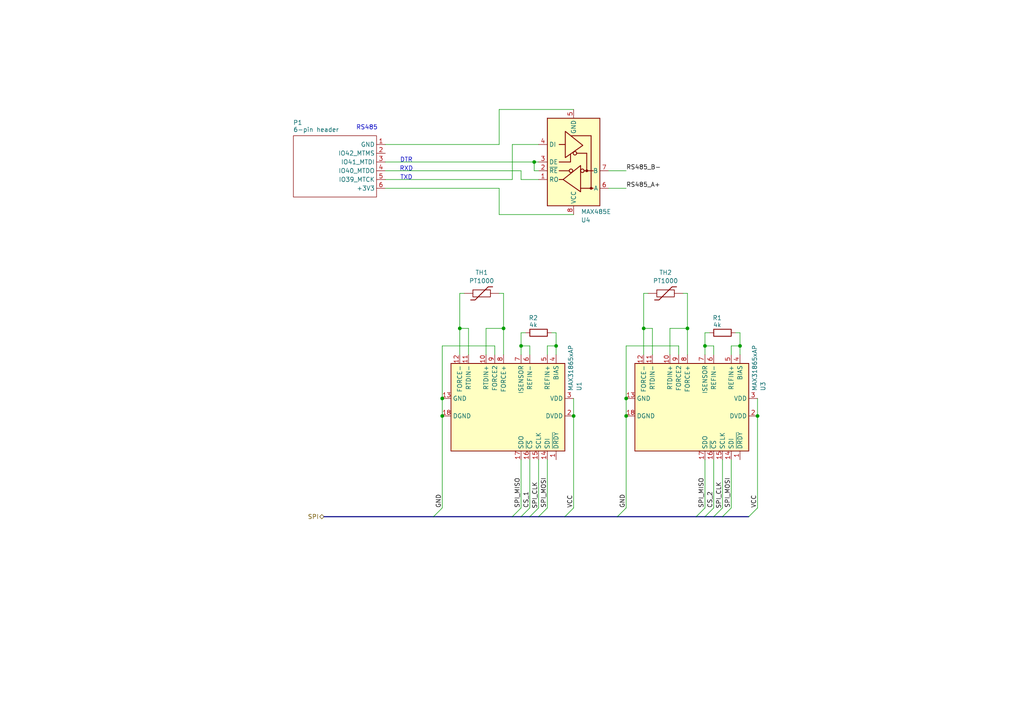
<source format=kicad_sch>
(kicad_sch (version 20250114) (generator "eeschema") (generator_version "9.0")
  (paper "A4")
  (lib_symbols
    (symbol "Device:R" (pin_numbers (hide yes)) (pin_names (offset 0))
      (property "Reference" "R" (at 2.032 0 90))
      (property "Value" "R" (at 0 0 90))
      (symbol "R_0_1"
        (rectangle (start -1.016 -2.54) (end 1.016 2.54) (stroke (width 0.254)))
      )
      (symbol "R_1_1"
        (pin passive line (at 0 3.81 270) (length 1.27) (name "~") (number "1"))
        (pin passive line (at 0 -3.81 90) (length 1.27) (name "~") (number "2"))
      )
    )
    (symbol "Device:Thermistor" (pin_numbers (hide yes)) (pin_names (offset 0))
      (property "Reference" "TH" (at 2.54 1.27 90))
      (property "Value" "Thermistor" (at -2.54 0 90))
      (symbol "Thermistor_0_1"
        (polyline (pts (xy -1.905 3.175) (xy -1.905 1.905) (xy 1.905 -1.905) (xy 1.905 -3.175) (xy 1.905 -3.175)) (stroke (width 0.254)))
        (rectangle (start -1.016 2.54) (end 1.016 -2.54) (stroke (width 0.2032)))
      )
      (symbol "Thermistor_1_1"
        (pin passive line (at 0 5.08 270) (length 2.54) (name "~") (number "1"))
        (pin passive line (at 0 -5.08 90) (length 2.54) (name "~") (number "2"))
      )
    )
    (symbol "Interface_UART:MAX485E"
      (property "Reference" "U" (at -6.985 13.97 0))
      (property "Value" "MAX485E" (at 1.905 13.97 0))
      (symbol "MAX485E_0_1"
        (rectangle (start -7.62 12.7) (end 7.62 -12.7) (stroke (width 0.254)) (fill (type background)))
        (polyline (pts (xy -4.191 2.54) (xy -1.27 2.54)) (stroke (width 0.254)))
        (polyline (pts (xy -4.191 0) (xy -0.889 0) (xy -0.889 -2.286)) (stroke (width 0.254)))
        (polyline (pts (xy -3.175 5.08) (xy -4.191 5.08) (xy -4.064 5.08)) (stroke (width 0.254)))
        (polyline (pts (xy -2.54 -5.08) (xy -4.191 -5.08)) (stroke (width 0.254)))
        (polyline (pts (xy -2.413 -5.08) (xy -2.413 -1.27) (xy 2.667 -4.826) (xy -2.413 -8.89) (xy -2.413 -5.08)) (stroke (width 0.254)))
        (polyline (pts (xy -0.635 -7.62) (xy 5.08 -7.62)) (stroke (width 0.254)))
        (circle (center 0.381 -2.54) (radius 0.508) (stroke (width 0.254)))
        (polyline (pts (xy 0.889 -2.54) (xy 3.81 -2.54)) (stroke (width 0.254)))
        (polyline (pts (xy 2.032 7.62) (xy 5.715 7.62)) (stroke (width 0.254)))
        (polyline (pts (xy 3.048 2.54) (xy 5.715 2.54)) (stroke (width 0.254)))
        (circle (center 3.81 2.54) (radius 0.2794) (stroke (width 0.254)) (fill (type outline)))
        (polyline (pts (xy 3.81 -2.54) (xy 3.81 2.54)) (stroke (width 0.254)))
        (polyline (pts (xy 5.08 -7.62) (xy 5.08 7.62)) (stroke (width 0.254)))
      )
      (symbol "MAX485E_1_1"
        (circle (center -0.762 2.54) (radius 0.508) (stroke (width 0.254)))
        (polyline (pts (xy 2.032 4.826) (xy 2.032 8.636) (xy -3.048 5.08) (xy 2.032 1.016) (xy 2.032 4.826)) (stroke (width 0.254)))
        (circle (center 2.54 2.54) (radius 0.508) (stroke (width 0.254)))
        (circle (center 5.08 7.62) (radius 0.2794) (stroke (width 0.254)) (fill (type outline)))
        (pin output line (at -10.16 5.08 0) (length 2.54) (name "RO") (number "1"))
        (pin input line (at -10.16 2.54 0) (length 2.54) (name "~{RE}") (number "2"))
        (pin input line (at -10.16 0 0) (length 2.54) (name "DE") (number "3"))
        (pin input line (at -10.16 -5.08 0) (length 2.54) (name "DI") (number "4"))
        (pin power_in line (at 0 15.24 270) (length 2.54) (name "VCC") (number "8"))
        (pin power_in line (at 0 -15.24 90) (length 2.54) (name "GND") (number "5"))
        (pin bidirectional line (at 10.16 7.62 180) (length 2.54) (name "A") (number "6"))
        (pin bidirectional line (at 10.16 2.54 180) (length 2.54) (name "B") (number "7"))
      )
    )
    (symbol "Sensor_Temperature:MAX31865xAP"
      (property "Reference" "U" (at -11.43 19.05 0))
      (property "Value" "MAX31865xAP" (at 10.16 19.05 0))
      (symbol "MAX31865xAP_0_1"
        (rectangle (start -12.7 17.78) (end 12.7 -15.24) (stroke (width 0.254)) (fill (type background)))
      )
      (symbol "MAX31865xAP_1_1"
        (pin output line (at -15.24 15.24 0) (length 2.54) (name "~{DRDY}") (number "1"))
        (pin input line (at -15.24 12.7 0) (length 2.54) (name "SDI") (number "14"))
        (pin input line (at -15.24 10.16 0) (length 2.54) (name "SCLK") (number "15"))
        (pin input line (at -15.24 7.62 0) (length 2.54) (name "~{CS}") (number "16"))
        (pin tri_state line (at -15.24 5.08 0) (length 2.54) (name "SDO") (number "17"))
        (pin no_connect line (at -12.7 -2.54 0) (length 2.54) (hide yes) (name "NC") (number "20"))
        (pin power_in line (at -2.54 20.32 270) (length 2.54) (name "DVDD") (number "2"))
        (pin power_in line (at -2.54 -17.78 90) (length 2.54) (name "DGND") (number "18"))
        (pin power_in line (at 2.54 20.32 270) (length 2.54) (name "VDD") (number "3"))
        (pin power_in line (at 2.54 -17.78 90) (length 2.54) (name "GND") (number "13"))
        (pin passive line (at 2.54 -17.78 90) (length 2.54) (hide yes) (name "GND") (number "19"))
        (pin power_out line (at 15.24 15.24 180) (length 2.54) (name "BIAS") (number "4"))
        (pin input line (at 15.24 12.7 180) (length 2.54) (name "REFIN+") (number "5"))
        (pin input line (at 15.24 7.62 180) (length 2.54) (name "REFIN-") (number "6"))
        (pin passive line (at 15.24 5.08 180) (length 2.54) (name "ISENSOR") (number "7"))
        (pin passive line (at 15.24 0 180) (length 2.54) (name "FORCE+") (number "8"))
        (pin input line (at 15.24 -2.54 180) (length 2.54) (name "FORCE2") (number "9"))
        (pin input line (at 15.24 -5.08 180) (length 2.54) (name "RTDIN+") (number "10"))
        (pin input line (at 15.24 -10.16 180) (length 2.54) (name "RTDIN-") (number "11"))
        (pin power_out line (at 15.24 -12.7 180) (length 2.54) (name "FORCE-") (number "12"))
      )
    )
    (symbol "T-Relay6:TRelay6-JtagIO"
      (property "Reference" "P8" (at 1.27 1.016 0))
      (symbol "TRelay6-JtagIO_0_1"
        (rectangle (start 0 0) (end 24.13 -17.78))
      )
      (symbol "TRelay6-JtagIO_1_1"
        (pin bidirectional line (at 26.67 -2.54 180) (length 2.54) (name "GND") (number "1"))
        (pin bidirectional line (at 26.67 -5.08 180) (length 2.54) (name "IO42_MTMS") (number "2"))
        (pin bidirectional line (at 26.67 -7.62 180) (length 2.54) (name "IO41_MTDI") (number "3"))
        (pin bidirectional line (at 26.67 -10.16 180) (length 2.54) (name "IO40_MTDO") (number "4"))
        (pin bidirectional line (at 26.67 -12.7 180) (length 2.54) (name "IO39_MTCK") (number "5"))
        (pin bidirectional line (at 26.67 -15.24 180) (length 2.54) (name "+3V3") (number "6"))
      )
    )
  )
  (text "DTR" (at 117.856 46.482 0) (effects (font (size 1.27 1.27))))
  (text "RS485" (at 106.426 37.084 0) (effects (font (size 1.27 1.27))))
  (text "TXD" (at 117.856 51.562 0) (effects (font (size 1.27 1.27))))
  (text "RXD" (at 117.856 49.022 0) (effects (font (size 1.27 1.27))))
  (junction (at 166.37 120.65))
  (junction (at 181.61 115.57))
  (junction (at 219.71 120.65))
  (junction (at 128.27 115.57))
  (junction (at 128.27 120.65))
  (junction (at 133.35 95.25))
  (junction (at 151.13 100.33))
  (junction (at 146.05 95.25))
  (junction (at 161.29 100.33))
  (junction (at 199.39 95.25))
  (junction (at 204.47 100.33))
  (junction (at 214.63 100.33))
  (junction (at 154.94 46.99))
  (junction (at 186.69 95.25))
  (junction (at 181.61 120.65))
  (bus_entry (at 181.61 147.32) (size -2.54 2.54))
  (bus_entry (at 128.27 147.32) (size -2.54 2.54))
  (bus_entry (at 212.09 147.32) (size -2.54 2.54))
  (bus_entry (at 158.75 147.32) (size -2.54 2.54))
  (bus_entry (at 207.01 147.32) (size -2.54 2.54))
  (bus_entry (at 204.47 147.32) (size -2.54 2.54))
  (bus_entry (at 209.55 147.32) (size -2.54 2.54))
  (bus_entry (at 156.21 147.32) (size -2.54 2.54))
  (bus_entry (at 166.37 147.32) (size -2.54 2.54))
  (bus_entry (at 151.13 147.32) (size -2.54 2.54))
  (bus_entry (at 153.67 147.32) (size -2.54 2.54))
  (bus_entry (at 219.71 147.32) (size -2.54 2.54))
  (wire (pts (xy 143.51 100.33) (xy 128.27 100.33)))
  (wire (pts (xy 128.27 147.32) (xy 128.27 120.65)))
  (wire (pts (xy 151.13 147.32) (xy 151.13 133.35)))
  (wire (pts (xy 207.01 100.33) (xy 207.01 102.87)))
  (wire (pts (xy 212.09 147.32) (xy 212.09 133.35)))
  (wire (pts (xy 212.09 100.33) (xy 212.09 102.87)))
  (wire (pts (xy 146.05 95.25) (xy 146.05 102.87)))
  (wire (pts (xy 144.78 41.91) (xy 144.78 31.75)))
  (wire (pts (xy 111.76 49.53) (xy 151.13 49.53)))
  (wire (pts (xy 158.75 100.33) (xy 161.29 100.33)))
  (bus (pts (xy 93.98 149.86) (xy 125.73 149.86)))
  (bus (pts (xy 179.07 149.86) (xy 201.93 149.86)))
  (wire (pts (xy 111.76 46.99) (xy 154.94 46.99)))
  (wire (pts (xy 186.69 95.25) (xy 186.69 102.87)))
  (wire (pts (xy 196.85 100.33) (xy 181.61 100.33)))
  (wire (pts (xy 158.75 147.32) (xy 158.75 133.35)))
  (wire (pts (xy 204.47 147.32) (xy 204.47 133.35)))
  (wire (pts (xy 148.59 41.91) (xy 156.21 41.91)))
  (wire (pts (xy 209.55 147.32) (xy 209.55 133.35)))
  (bus (pts (xy 156.21 149.86) (xy 163.83 149.86)))
  (wire (pts (xy 111.76 52.07) (xy 148.59 52.07)))
  (wire (pts (xy 161.29 100.33) (xy 161.29 102.87)))
  (wire (pts (xy 156.21 49.53) (xy 154.94 49.53)))
  (wire (pts (xy 158.75 100.33) (xy 158.75 102.87)))
  (wire (pts (xy 128.27 100.33) (xy 128.27 115.57)))
  (wire (pts (xy 214.63 96.52) (xy 213.36 96.52)))
  (bus (pts (xy 204.47 149.86) (xy 207.01 149.86)))
  (wire (pts (xy 153.67 100.33) (xy 153.67 102.87)))
  (wire (pts (xy 199.39 95.25) (xy 199.39 102.87)))
  (wire (pts (xy 196.85 102.87) (xy 196.85 100.33)))
  (bus (pts (xy 151.13 149.86) (xy 153.67 149.86)))
  (wire (pts (xy 207.01 147.32) (xy 207.01 133.35)))
  (wire (pts (xy 156.21 147.32) (xy 156.21 133.35)))
  (wire (pts (xy 151.13 49.53) (xy 151.13 52.07)))
  (wire (pts (xy 143.51 102.87) (xy 143.51 100.33)))
  (wire (pts (xy 166.37 120.65) (xy 166.37 115.57)))
  (wire (pts (xy 133.35 95.25) (xy 135.89 95.25)))
  (wire (pts (xy 166.37 147.32) (xy 166.37 120.65)))
  (wire (pts (xy 214.63 100.33) (xy 214.63 102.87)))
  (wire (pts (xy 144.78 85.09) (xy 146.05 85.09)))
  (wire (pts (xy 154.94 49.53) (xy 154.94 46.99)))
  (wire (pts (xy 186.69 85.09) (xy 186.69 95.25)))
  (wire (pts (xy 186.69 85.09) (xy 187.96 85.09)))
  (wire (pts (xy 161.29 100.33) (xy 161.29 96.52)))
  (wire (pts (xy 153.67 147.32) (xy 153.67 133.35)))
  (wire (pts (xy 219.71 147.32) (xy 219.71 120.65)))
  (bus (pts (xy 148.59 149.86) (xy 151.13 149.86)))
  (wire (pts (xy 111.76 54.61) (xy 144.78 54.61)))
  (wire (pts (xy 152.4 96.52) (xy 151.13 96.52)))
  (bus (pts (xy 209.55 149.86) (xy 217.17 149.86)))
  (wire (pts (xy 199.39 95.25) (xy 199.39 85.09)))
  (wire (pts (xy 140.97 95.25) (xy 140.97 102.87)))
  (bus (pts (xy 201.93 149.86) (xy 204.47 149.86)))
  (wire (pts (xy 133.35 85.09) (xy 134.62 85.09)))
  (bus (pts (xy 153.67 149.86) (xy 156.21 149.86)))
  (wire (pts (xy 204.47 100.33) (xy 204.47 102.87)))
  (wire (pts (xy 198.12 85.09) (xy 199.39 85.09)))
  (wire (pts (xy 189.23 95.25) (xy 189.23 102.87)))
  (wire (pts (xy 154.94 46.99) (xy 156.21 46.99)))
  (wire (pts (xy 148.59 52.07) (xy 148.59 41.91)))
  (wire (pts (xy 186.69 95.25) (xy 189.23 95.25)))
  (wire (pts (xy 128.27 120.65) (xy 128.27 115.57)))
  (bus (pts (xy 163.83 149.86) (xy 179.07 149.86)))
  (wire (pts (xy 212.09 100.33) (xy 214.63 100.33)))
  (wire (pts (xy 151.13 100.33) (xy 153.67 100.33)))
  (wire (pts (xy 181.61 100.33) (xy 181.61 115.57)))
  (wire (pts (xy 214.63 100.33) (xy 214.63 96.52)))
  (wire (pts (xy 133.35 95.25) (xy 133.35 102.87)))
  (wire (pts (xy 161.29 96.52) (xy 160.02 96.52)))
  (wire (pts (xy 146.05 85.09) (xy 146.05 95.25)))
  (wire (pts (xy 151.13 52.07) (xy 156.21 52.07)))
  (wire (pts (xy 176.53 54.61) (xy 181.61 54.61)))
  (wire (pts (xy 144.78 62.23) (xy 166.37 62.23)))
  (wire (pts (xy 219.71 120.65) (xy 219.71 115.57)))
  (wire (pts (xy 194.31 95.25) (xy 194.31 102.87)))
  (wire (pts (xy 151.13 96.52) (xy 151.13 100.33)))
  (wire (pts (xy 151.13 100.33) (xy 151.13 102.87)))
  (wire (pts (xy 144.78 31.75) (xy 166.37 31.75)))
  (bus (pts (xy 125.73 149.86) (xy 148.59 149.86)))
  (bus (pts (xy 207.01 149.86) (xy 209.55 149.86)))
  (wire (pts (xy 204.47 100.33) (xy 207.01 100.33)))
  (wire (pts (xy 144.78 62.23) (xy 144.78 54.61)))
  (wire (pts (xy 181.61 147.32) (xy 181.61 120.65)))
  (wire (pts (xy 133.35 85.09) (xy 133.35 95.25)))
  (wire (pts (xy 140.97 95.25) (xy 146.05 95.25)))
  (wire (pts (xy 181.61 120.65) (xy 181.61 115.57)))
  (wire (pts (xy 194.31 95.25) (xy 199.39 95.25)))
  (wire (pts (xy 204.47 96.52) (xy 204.47 100.33)))
  (wire (pts (xy 135.89 95.25) (xy 135.89 102.87)))
  (wire (pts (xy 205.74 96.52) (xy 204.47 96.52)))
  (wire (pts (xy 111.76 41.91) (xy 144.78 41.91)))
  (wire (pts (xy 176.53 49.53) (xy 181.61 49.53)))
  (label "SPI_CLK" (at 156.21 139.7 270))
  (label "GND" (at 128.27 147.32 90))
  (label "CS_1" (at 153.67 147.32 90))
  (label "VCC" (at 166.37 147.32 90))
  (label "SPI_MISO" (at 151.13 147.32 90))
  (label "VCC" (at 219.71 147.32 90))
  (label "SPI_CLK" (at 209.55 139.7 270))
  (label "SPI_MISO" (at 204.47 147.32 90))
  (label "GND" (at 181.61 147.32 90))
  (label "CS_2" (at 207.01 147.32 90))
  (label "SPI_MOSI" (at 158.75 138.43 270))
  (label "SPI_MOSI" (at 212.09 138.43 270))
  (label "RS485_B-" (at 181.61 49.53 0))
  (label "RS485_A+" (at 181.61 54.61 0))
  (hierarchical_label "SPI" (shape bidirectional) (at 93.98 149.86 180))
  (symbol (lib_id "Interface_UART:MAX485E") (at 166.37 46.99 0) (mirror x) (unit 1)
    (property "Reference" "U4" (at 168.5133 63.8345 0) (effects (justify left)))
    (property "Value" "MAX485E" (at 168.5133 61.4102 0) (effects (justify left)))
    (property "Footprint" "Package_SO:SOIC-8_3.9x4.9mm_P1.27mm" (effects (hide yes)))
    (property "Datasheet" "https://datasheets.maximintegrated.com/en/ds/MAX1487E-MAX491E.pdf" (effects (hide yes)))
    (property "Description" "Half duplex RS-485/RS-422, 2.5 Mbps, ±15kV electro-static discharge (ESD) protection, no slew-rate, no low-power shutdown, with receiver/driver enable, 32 receiver drive capability, DIP-8 and SOIC-8" (effects (hide yes)))
  )
  (symbol (lib_id "Device:Thermistor") (at 139.7 85.09 270) (unit 1)
    (property "Reference" "TH1" (at 139.7 79.0405 90))
    (property "Value" "PT1000" (at 139.7 81.4648 90))
    (property "Description" "Temperature dependent resistor" (effects (hide yes)))
  )
  (symbol (lib_id "Device:Thermistor") (at 193.04 85.09 270) (unit 1)
    (property "Reference" "TH2" (at 193.04 79.0405 90))
    (property "Value" "PT1000" (at 193.04 81.4648 90))
    (property "Description" "Temperature dependent resistor" (effects (hide yes)))
  )
  (symbol (lib_id "T-Relay6:TRelay6-JtagIO") (at 85.09 39.37 0) (unit 1)
    (property "Reference" "P1" (at 86.36 35.56 0))
    (property "Value" "6-pin header" (at 91.694 37.592 0))
  )
  (symbol (lib_id "Sensor_Temperature:MAX31865xAP") (at 199.39 118.11 270) (mirror x) (unit 1)
    (property "Reference" "U3" (at 221.3145 113.4267 0) (effects (justify left)))
    (property "Value" "MAX31865xAP" (at 218.8902 113.4267 0) (effects (justify left)))
    (property "Footprint" "Package_SO:SSOP-20_5.3x7.2mm_P0.65mm" (effects (hide yes)))
    (property "Datasheet" "https://www.analog.com/media/en/technical-documentation/data-sheets/MAX31865.pdf" (effects (hide yes)))
    (property "Description" "RTD-to-Digital Converter, SSOP-20" (effects (hide yes)))
  )
  (symbol (lib_id "Device:R") (at 209.55 96.52 90) (unit 1)
    (property "Reference" "R1" (at 208.026 92.202 90))
    (property "Value" "4k" (at 208.026 94.234 90))
    (property "Description" "Resistor" (effects (hide yes)))
  )
  (symbol (lib_id "Device:R") (at 156.21 96.52 90) (unit 1)
    (property "Reference" "R2" (at 154.686 92.202 90))
    (property "Value" "4k" (at 154.686 94.234 90))
    (property "Description" "Resistor" (effects (hide yes)))
  )
  (symbol (lib_id "Sensor_Temperature:MAX31865xAP") (at 146.05 118.11 270) (mirror x) (unit 1)
    (property "Reference" "U1" (at 167.9745 113.4267 0) (effects (justify left)))
    (property "Value" "MAX31865xAP" (at 165.5502 113.4267 0) (effects (justify left)))
    (property "Footprint" "Package_SO:SSOP-20_5.3x7.2mm_P0.65mm" (effects (hide yes)))
    (property "Datasheet" "https://www.analog.com/media/en/technical-documentation/data-sheets/MAX31865.pdf" (effects (hide yes)))
    (property "Description" "RTD-to-Digital Converter, SSOP-20" (effects (hide yes)))
  )
)
</source>
